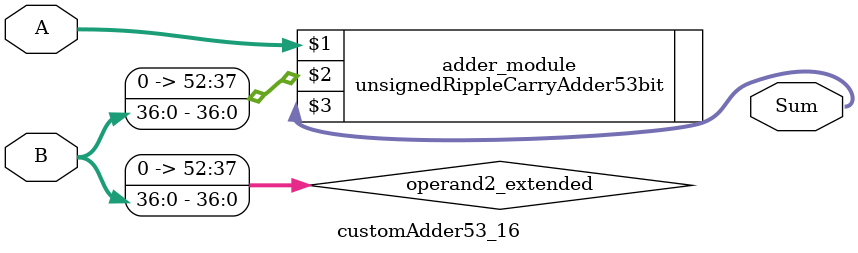
<source format=v>
module customAdder53_16(
                        input [52 : 0] A,
                        input [36 : 0] B,
                        
                        output [53 : 0] Sum
                );

        wire [52 : 0] operand2_extended;
        
        assign operand2_extended =  {16'b0, B};
        
        unsignedRippleCarryAdder53bit adder_module(
            A,
            operand2_extended,
            Sum
        );
        
        endmodule
        
</source>
